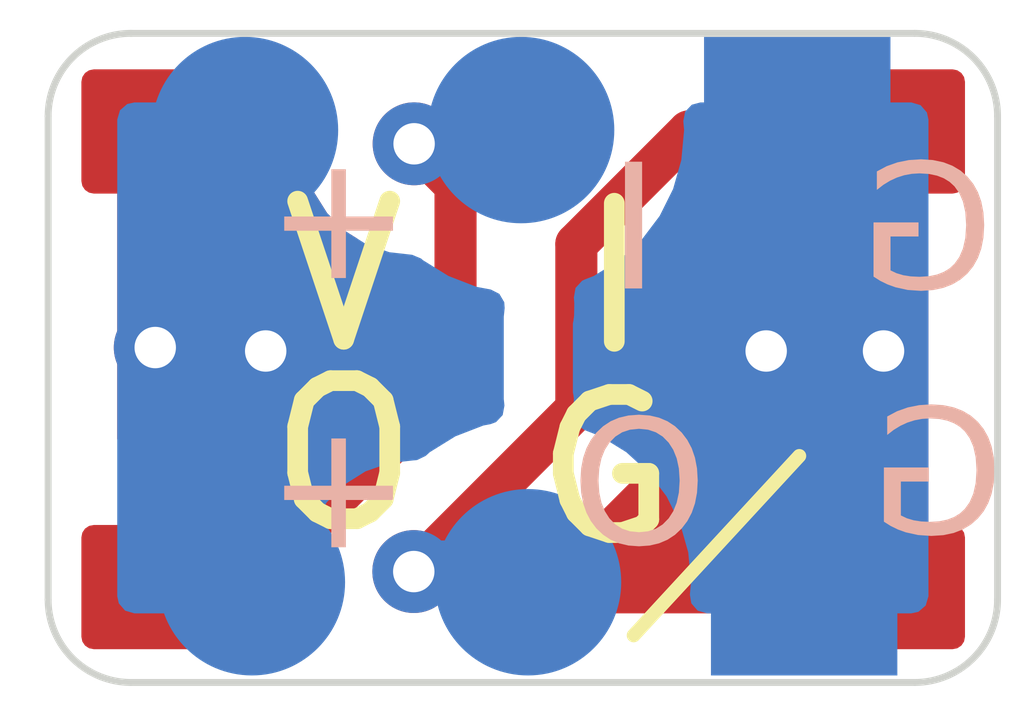
<source format=kicad_pcb>
(kicad_pcb (version 20240108) (generator "pcbnew") (generator_version "8.0")
  (layers (0 "F.Cu" signal) (31 "B.Cu" signal) (34 "B.Paste" user) (35 "F.Paste" user) (36 "B.SilkS" user "B.Silkscreen") (37 "F.SilkS" user "F.Silkscreen") (38 "B.Mask" user) (39 "F.Mask" user) (44 "Edge.Cuts" user))
  (net 0 "")
  (net 1 "GND")
  (net 2 "+5V")
  (net 3 "DIN")
  (net 4 "DOUT")
  (footprint "custom:LED_WS2812B_PLCC4_5.0x5.0mm_P3.2mm_NoSilk" (layer "F.Cu") (at 144.115 106.085)
    (property "Reference" "D1" (hide yes))
    (property "Value" "WS2812B" (hide yes))
    (fp_line (start 2 0.7) (end 0.8 2) (stroke (width 0.1)) (layer "F.SilkS"))
    (fp_text user "G" (at 0.6 0.8 0) (layer "F.SilkS"))
    (fp_text user "V" (at -1.3 -0.6 0) (layer "F.SilkS"))
    (fp_text user "I" (at 0.66 -0.585 0) (layer "F.SilkS"))
    (fp_text user "O" (at -1.3 0.7 0) (layer "F.SilkS"))
    (pad "1" smd roundrect (at -2.45 -1.65) (size 1.5 0.9) (layers "F.Cu" "F.Paste" "F.Mask") (roundrect_rratio 0.1) (net 2 "+5V"))
    (pad "2" smd roundrect (at -2.45 1.65) (size 1.5 0.9) (layers "F.Cu" "F.Paste" "F.Mask") (roundrect_rratio 0.1) (net 4 "DOUT"))
    (pad "3" smd roundrect (at 2.45 1.65) (size 1.5 0.9) (layers "F.Cu" "F.Paste" "F.Mask") (roundrect_rratio 0.1) (net 1 "GND"))
    (pad "4" smd roundrect (at 2.45 -1.65) (size 1.5 0.9) (layers "F.Cu" "F.Paste" "F.Mask") (roundrect_rratio 0.1) (net 3 "DIN"))
  )
  (footprint "custom:Conn_3_2_SMD" (layer "B.Cu") (at 146.1 104.425 90)
    (property "Reference" "J3" (hide yes))
    (property "Value" "OUTPUT" (hide yes))
    (pad "1" smd rect (at 0 0 90) (size 1.35 1.35) (layers "B.Cu" "B.Paste" "B.Mask") (net 1 "GND"))
    (pad "2" smd oval (at 0 -2 90) (size 1.35 1.35) (layers "B.Cu" "B.Paste" "B.Mask") (net 4 "DOUT"))
    (pad "3" smd oval (at 0 -4 90) (size 1.35 1.35) (layers "B.Cu" "B.Paste" "B.Mask") (net 2 "+5V"))
  )
  (footprint "custom:C_0603_1608Metric_NoSilk" (layer "B.Cu") (at 144.15 106.075)
    (property "Reference" "C1" (hide yes))
    (property "Value" "10uF")
    (pad "1" smd roundrect (at -0.775 0) (size 0.9 0.95) (layers "B.Cu" "B.Paste" "B.Mask") (net 2 "+5V"))
    (pad "2" smd roundrect (at 0.775 0) (size 0.9 0.95) (layers "B.Cu" "B.Paste" "B.Mask") (net 1 "GND"))
  )
  (footprint "custom:Conn_3_2_SMD" (layer "B.Cu") (at 146.15 107.7 90)
    (property "Reference" "J1" (hide yes))
    (property "Value" "INPUT" (hide yes))
    (pad "1" smd rect (at 0 0 90) (size 1.35 1.35) (layers "B.Cu" "B.Paste" "B.Mask") (net 1 "GND"))
    (pad "2" smd oval (at 0 -2 90) (size 1.35 1.35) (layers "B.Cu" "B.Paste" "B.Mask") (net 3 "DIN"))
    (pad "3" smd oval (at 0 -4 90) (size 1.35 1.35) (layers "B.Cu" "B.Paste" "B.Mask") (net 2 "+5V"))
  )
  (gr_arc (start 140.674264 104.324264) (mid 140.85 103.9) (end 141.274264 103.724264) (stroke (width 0.05)) (layer "Edge.Cuts"))
  (gr_line (start 140.674264 104.324264) (end 140.674264 107.825736) (stroke (width 0.05)) (layer "Edge.Cuts"))
  (gr_arc (start 141.274264 108.425736) (mid 140.85 108.25) (end 140.674264 107.825736) (stroke (width 0.05)) (layer "Edge.Cuts"))
  (gr_line (start 141.274264 108.425736) (end 146.950736 108.425736) (stroke (width 0.05)) (layer "Edge.Cuts"))
  (gr_arc (start 146.950736 103.724264) (mid 147.375 103.9) (end 147.550736 104.324264) (stroke (width 0.05)) (layer "Edge.Cuts"))
  (gr_line (start 147.550736 107.825736) (end 147.550736 104.324264) (stroke (width 0.05)) (layer "Edge.Cuts"))
  (gr_arc (start 147.550736 107.825736) (mid 147.375 108.25) (end 146.950736 108.425736) (stroke (width 0.05)) (layer "Edge.Cuts"))
  (gr_line (start 146.950736 103.724264) (end 141.274264 103.724264) (stroke (width 0.05)) (layer "Edge.Cuts"))
  (gr_text "O" (at 145.45 107.575 0) (layer "B.SilkS") (effects (font (size 0.9 0.9) (thickness 0.1)) (justify left bottom mirror)))
  (gr_text "G" (at 147.525 105.725 0) (layer "B.SilkS") (effects (font (size 0.9 0.9) (thickness 0.1)) (justify left bottom mirror)))
  (gr_text "G" (at 147.6 107.5 0) (layer "B.SilkS") (effects (font (size 0.9 0.9) (thickness 0.1)) (justify left bottom mirror)))
  (gr_text "+" (at 143.325 106.525 90) (layer "B.SilkS") (effects (font (size 0.9 0.9) (thickness 0.1)) (justify left bottom mirror)))
  (gr_text "+" (at 143.325 104.575 90) (layer "B.SilkS") (effects (font (size 0.9 0.9) (thickness 0.1)) (justify left bottom mirror)))
  (gr_text "I" (at 145.1 105.725 0) (layer "B.SilkS") (effects (font (size 0.9 0.9) (thickness 0.1)) (justify left bottom mirror)))
  (via (at 145.875 106.025) (size 0.6) (drill 0.3) (layers "F.Cu" "B.Cu") (net 1))
  (via (at 146.725 106.025) (size 0.6) (drill 0.3) (layers "F.Cu" "B.Cu") (net 1))
  (via (at 142.25 106.025) (size 0.6) (drill 0.3) (layers "F.Cu" "B.Cu") (net 2))
  (via (at 141.45 106) (size 0.6) (drill 0.3) (layers "F.Cu" "B.Cu") (net 2))
  (segment (start 143.322451 107.622604) (end 144.5 106.445055) (width 0.3048) (layer "F.Cu") (net 3))
  (segment (start 144.5 106.445055) (end 144.5 105.25) (width 0.3048) (layer "F.Cu") (net 3))
  (segment (start 144.5 105.25) (end 145.315 104.435) (width 0.3048) (layer "F.Cu") (net 3))
  (segment (start 145.315 104.435) (end 146.565 104.435) (width 0.3048) (layer "F.Cu") (net 3))
  (via (at 143.322451 107.622604) (size 0.6) (drill 0.3) (layers "F.Cu" "B.Cu") (net 3))
  (segment (start 143.322451 107.622604) (end 143.395055 107.55) (width 0.3048) (layer "B.Cu") (net 3))
  (segment (start 143.395055 107.55) (end 144.15 107.55) (width 0.3048) (layer "B.Cu") (net 3))
  (segment (start 143.325 104.524264) (end 143.625 104.824264) (width 0.3048) (layer "F.Cu") (net 4))
  (segment (start 143.625 106.225) (end 142.115 107.735) (width 0.3048) (layer "F.Cu") (net 4))
  (segment (start 143.625 104.824264) (end 143.625 106.225) (width 0.3048) (layer "F.Cu") (net 4))
  (segment (start 142.115 107.735) (end 141.665 107.735) (width 0.3048) (layer "F.Cu") (net 4))
  (via (at 143.325 104.524264) (size 0.6) (drill 0.3) (layers "F.Cu" "B.Cu") (net 4))
  (segment (start 143.325736 104.525) (end 144.1 104.525) (width 0.3048) (layer "B.Cu") (net 4))
  (segment (start 143.325 104.524264) (end 143.325736 104.525) (width 0.3048) (layer "B.Cu") (net 4))
  (zone (net 1) (net_name "GND") (layers "F&B.Cu") (connect_pads yes (clearance 0.5)) (min_thickness 0.25) (fill yes (thermal_gap 0.5) (thermal_bridge_width 0.5))
    (polygon (pts (xy 144.05 103.525) (xy 144.125 108.7) (xy 147.75 108.6) (xy 147.75 103.5)))
  )
  (zone (net 2) (net_name "+5V") (layers "F&B.Cu") (connect_pads yes (clearance 0.5)) (min_thickness 0.25) (fill yes (thermal_gap 0.5) (thermal_bridge_width 0.5))
    (polygon (pts (xy 140.325559 103.507766) (xy 140.400559 108.682766) (xy 144.025559 108.582766) (xy 144.025559 103.482766)))
  )
)
</source>
